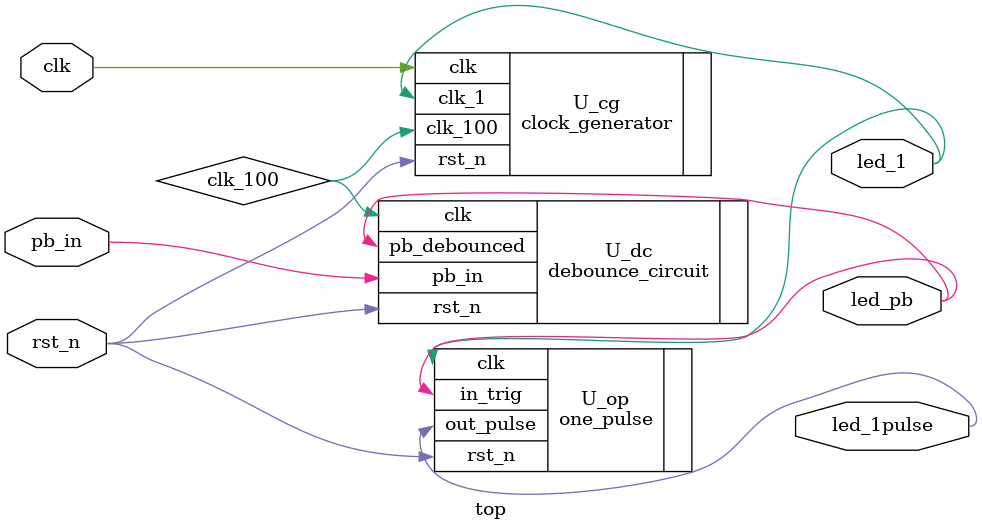
<source format=v>
`timescale 1ns / 1ps
module top(
  clk, // Clock from crystal
  rst_n, //active low reset
  pb_in, //push button input
  led_1, // 1Hz divided clock
  led_pb, // LED display output (push button)
  led_1pulse // LED display output (1 pulse)
);

// Declare I/Os
input clk; // Clock from crystal
input rst_n; //active low reset
input pb_in; //push button input
output led_1; // 1Hz divided clock
output led_pb; // LED display output (push button)
output led_1pulse; // LED display output (1 pulse)

// Declare internal nodes
wire pb_debounced; // push button debounced output

// Clock generator module
clock_generator U_cg(
  .clk(clk), // clock from crystal
  .rst_n(rst_n), // active low reset
  .clk_1(led_1), // generated 1 Hz clock
  .clk_100(clk_100) // generated 100 Hz clock
);

// debounce circuit
debounce_circuit U_dc(
  .clk(clk_100), // clock control
  .rst_n(rst_n), // reset
  .pb_in(pb_in), //push button input
  .pb_debounced(led_pb) // debounced push button output
);

// 1 pulse generation circuit
one_pulse U_op(
  .clk(led_1),  // clock input
  .rst_n(rst_n), //active low reset
  .in_trig(led_pb), // input trigger
  .out_pulse(led_1pulse) // output one pulse 
);

endmodule

</source>
